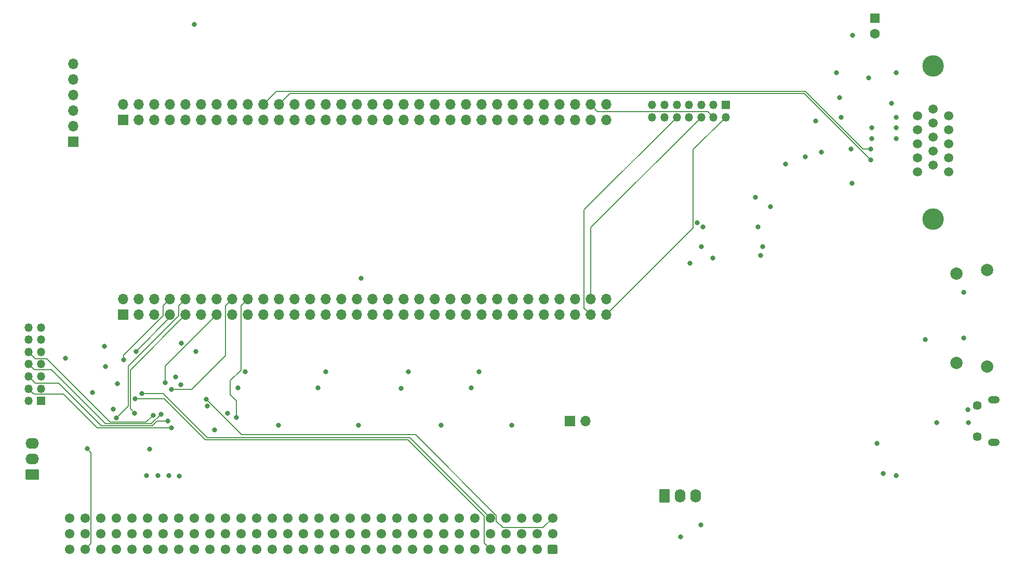
<source format=gbr>
G04 #@! TF.GenerationSoftware,KiCad,Pcbnew,5.0.2+dfsg1-1~bpo9+1*
G04 #@! TF.CreationDate,2021-12-20T11:51:13+01:00*
G04 #@! TF.ProjectId,nubus-to-ztex,6e756275-732d-4746-9f2d-7a7465782e6b,rev?*
G04 #@! TF.SameCoordinates,Original*
G04 #@! TF.FileFunction,Copper,L4,Bot*
G04 #@! TF.FilePolarity,Positive*
%FSLAX46Y46*%
G04 Gerber Fmt 4.6, Leading zero omitted, Abs format (unit mm)*
G04 Created by KiCad (PCBNEW 5.0.2+dfsg1-1~bpo9+1) date Mon Dec 20 11:51:13 2021*
%MOMM*%
%LPD*%
G01*
G04 APERTURE LIST*
G04 #@! TA.AperFunction,Conductor*
%ADD10C,0.100000*%
G04 #@! TD*
G04 #@! TA.AperFunction,ComponentPad*
%ADD11C,1.740000*%
G04 #@! TD*
G04 #@! TA.AperFunction,ComponentPad*
%ADD12O,2.200000X1.740000*%
G04 #@! TD*
G04 #@! TA.AperFunction,ComponentPad*
%ADD13C,1.450000*%
G04 #@! TD*
G04 #@! TA.AperFunction,ComponentPad*
%ADD14O,1.900000X1.200000*%
G04 #@! TD*
G04 #@! TA.AperFunction,ComponentPad*
%ADD15R,1.700000X1.700000*%
G04 #@! TD*
G04 #@! TA.AperFunction,ComponentPad*
%ADD16O,1.700000X1.700000*%
G04 #@! TD*
G04 #@! TA.AperFunction,ComponentPad*
%ADD17R,1.350000X1.350000*%
G04 #@! TD*
G04 #@! TA.AperFunction,ComponentPad*
%ADD18O,1.350000X1.350000*%
G04 #@! TD*
G04 #@! TA.AperFunction,ComponentPad*
%ADD19O,1.740000X2.200000*%
G04 #@! TD*
G04 #@! TA.AperFunction,ComponentPad*
%ADD20C,2.000000*%
G04 #@! TD*
G04 #@! TA.AperFunction,ComponentPad*
%ADD21C,1.500000*%
G04 #@! TD*
G04 #@! TA.AperFunction,ComponentPad*
%ADD22C,3.500000*%
G04 #@! TD*
G04 #@! TA.AperFunction,ComponentPad*
%ADD23R,1.600000X1.600000*%
G04 #@! TD*
G04 #@! TA.AperFunction,ComponentPad*
%ADD24C,1.600000*%
G04 #@! TD*
G04 #@! TA.AperFunction,ComponentPad*
%ADD25C,1.550000*%
G04 #@! TD*
G04 #@! TA.AperFunction,ViaPad*
%ADD26C,0.800000*%
G04 #@! TD*
G04 #@! TA.AperFunction,Conductor*
%ADD27C,0.152400*%
G04 #@! TD*
G04 APERTURE END LIST*
D10*
G04 #@! TO.N,GND*
G04 #@! TO.C,J10*
G36*
X116074505Y-86931204D02*
X116098773Y-86934804D01*
X116122572Y-86940765D01*
X116145671Y-86949030D01*
X116167850Y-86959520D01*
X116188893Y-86972132D01*
X116208599Y-86986747D01*
X116226777Y-87003223D01*
X116243253Y-87021401D01*
X116257868Y-87041107D01*
X116270480Y-87062150D01*
X116280970Y-87084329D01*
X116289235Y-87107428D01*
X116295196Y-87131227D01*
X116298796Y-87155495D01*
X116300000Y-87179999D01*
X116300000Y-88420001D01*
X116298796Y-88444505D01*
X116295196Y-88468773D01*
X116289235Y-88492572D01*
X116280970Y-88515671D01*
X116270480Y-88537850D01*
X116257868Y-88558893D01*
X116243253Y-88578599D01*
X116226777Y-88596777D01*
X116208599Y-88613253D01*
X116188893Y-88627868D01*
X116167850Y-88640480D01*
X116145671Y-88650970D01*
X116122572Y-88659235D01*
X116098773Y-88665196D01*
X116074505Y-88668796D01*
X116050001Y-88670000D01*
X114349999Y-88670000D01*
X114325495Y-88668796D01*
X114301227Y-88665196D01*
X114277428Y-88659235D01*
X114254329Y-88650970D01*
X114232150Y-88640480D01*
X114211107Y-88627868D01*
X114191401Y-88613253D01*
X114173223Y-88596777D01*
X114156747Y-88578599D01*
X114142132Y-88558893D01*
X114129520Y-88537850D01*
X114119030Y-88515671D01*
X114110765Y-88492572D01*
X114104804Y-88468773D01*
X114101204Y-88444505D01*
X114100000Y-88420001D01*
X114100000Y-87179999D01*
X114101204Y-87155495D01*
X114104804Y-87131227D01*
X114110765Y-87107428D01*
X114119030Y-87084329D01*
X114129520Y-87062150D01*
X114142132Y-87041107D01*
X114156747Y-87021401D01*
X114173223Y-87003223D01*
X114191401Y-86986747D01*
X114211107Y-86972132D01*
X114232150Y-86959520D01*
X114254329Y-86949030D01*
X114277428Y-86940765D01*
X114301227Y-86934804D01*
X114325495Y-86931204D01*
X114349999Y-86930000D01*
X116050001Y-86930000D01*
X116074505Y-86931204D01*
X116074505Y-86931204D01*
G37*
D11*
G04 #@! TD*
G04 #@! TO.P,J10,1*
G04 #@! TO.N,GND*
X115200000Y-87800000D03*
D12*
G04 #@! TO.P,J10,2*
G04 #@! TO.N,+12V*
X115200000Y-85260000D03*
G04 #@! TO.P,J10,3*
G04 #@! TO.N,GND*
X115200000Y-82720000D03*
G04 #@! TD*
D13*
G04 #@! TO.P,J6,6*
G04 #@! TO.N,SHIELD*
X269197500Y-81570000D03*
X269197500Y-76570000D03*
D14*
X271897500Y-82570000D03*
X271897500Y-75570000D03*
G04 #@! TD*
D15*
G04 #@! TO.P,J9,1*
G04 #@! TO.N,+3V3*
X202830000Y-79080000D03*
D16*
G04 #@! TO.P,J9,2*
G04 #@! TO.N,GND*
X205370000Y-79080000D03*
G04 #@! TD*
D17*
G04 #@! TO.P,J8,1*
G04 #@! TO.N,GND*
X116600000Y-75800000D03*
D18*
G04 #@! TO.P,J8,2*
G04 #@! TO.N,+3V3*
X114600000Y-75800000D03*
G04 #@! TO.P,J8,3*
G04 #@! TO.N,GND*
X116600000Y-73800000D03*
G04 #@! TO.P,J8,4*
G04 #@! TO.N,CPLD_JTAG_TMS*
X114600000Y-73800000D03*
G04 #@! TO.P,J8,5*
G04 #@! TO.N,GND*
X116600000Y-71800000D03*
G04 #@! TO.P,J8,6*
G04 #@! TO.N,CPLD_JTAG_TCK*
X114600000Y-71800000D03*
G04 #@! TO.P,J8,7*
G04 #@! TO.N,GND*
X116600000Y-69800000D03*
G04 #@! TO.P,J8,8*
G04 #@! TO.N,CPLD_JTAG_TDO*
X114600000Y-69800000D03*
G04 #@! TO.P,J8,9*
G04 #@! TO.N,GND*
X116600000Y-67800000D03*
G04 #@! TO.P,J8,10*
G04 #@! TO.N,CPLD_JTAG_TDI*
X114600000Y-67800000D03*
G04 #@! TO.P,J8,11*
G04 #@! TO.N,GND*
X116600000Y-65800000D03*
G04 #@! TO.P,J8,12*
G04 #@! TO.N,Net-(J8-Pad12)*
X114600000Y-65800000D03*
G04 #@! TO.P,J8,13*
G04 #@! TO.N,GND*
X116600000Y-63800000D03*
G04 #@! TO.P,J8,14*
G04 #@! TO.N,Net-(J8-Pad14)*
X114600000Y-63800000D03*
G04 #@! TD*
D10*
G04 #@! TO.N,GND*
G04 #@! TO.C,J7*
G36*
X218884505Y-90171204D02*
X218908773Y-90174804D01*
X218932572Y-90180765D01*
X218955671Y-90189030D01*
X218977850Y-90199520D01*
X218998893Y-90212132D01*
X219018599Y-90226747D01*
X219036777Y-90243223D01*
X219053253Y-90261401D01*
X219067868Y-90281107D01*
X219080480Y-90302150D01*
X219090970Y-90324329D01*
X219099235Y-90347428D01*
X219105196Y-90371227D01*
X219108796Y-90395495D01*
X219110000Y-90419999D01*
X219110000Y-92120001D01*
X219108796Y-92144505D01*
X219105196Y-92168773D01*
X219099235Y-92192572D01*
X219090970Y-92215671D01*
X219080480Y-92237850D01*
X219067868Y-92258893D01*
X219053253Y-92278599D01*
X219036777Y-92296777D01*
X219018599Y-92313253D01*
X218998893Y-92327868D01*
X218977850Y-92340480D01*
X218955671Y-92350970D01*
X218932572Y-92359235D01*
X218908773Y-92365196D01*
X218884505Y-92368796D01*
X218860001Y-92370000D01*
X217619999Y-92370000D01*
X217595495Y-92368796D01*
X217571227Y-92365196D01*
X217547428Y-92359235D01*
X217524329Y-92350970D01*
X217502150Y-92340480D01*
X217481107Y-92327868D01*
X217461401Y-92313253D01*
X217443223Y-92296777D01*
X217426747Y-92278599D01*
X217412132Y-92258893D01*
X217399520Y-92237850D01*
X217389030Y-92215671D01*
X217380765Y-92192572D01*
X217374804Y-92168773D01*
X217371204Y-92144505D01*
X217370000Y-92120001D01*
X217370000Y-90419999D01*
X217371204Y-90395495D01*
X217374804Y-90371227D01*
X217380765Y-90347428D01*
X217389030Y-90324329D01*
X217399520Y-90302150D01*
X217412132Y-90281107D01*
X217426747Y-90261401D01*
X217443223Y-90243223D01*
X217461401Y-90226747D01*
X217481107Y-90212132D01*
X217502150Y-90199520D01*
X217524329Y-90189030D01*
X217547428Y-90180765D01*
X217571227Y-90174804D01*
X217595495Y-90171204D01*
X217619999Y-90170000D01*
X218860001Y-90170000D01*
X218884505Y-90171204D01*
X218884505Y-90171204D01*
G37*
D11*
G04 #@! TD*
G04 #@! TO.P,J7,1*
G04 #@! TO.N,GND*
X218240000Y-91270000D03*
D19*
G04 #@! TO.P,J7,2*
G04 #@! TO.N,+5V*
X220780000Y-91270000D03*
G04 #@! TO.P,J7,3*
G04 #@! TO.N,GND*
X223320000Y-91270000D03*
G04 #@! TD*
D15*
G04 #@! TO.P,JCD1,1*
G04 #@! TO.N,Net-(JCD1-Pad1)*
X130000000Y-30000000D03*
D16*
G04 #@! TO.P,JCD1,2*
G04 #@! TO.N,Net-(JCD1-Pad2)*
X130000000Y-27460000D03*
G04 #@! TO.P,JCD1,3*
G04 #@! TO.N,GND*
X132540000Y-30000000D03*
G04 #@! TO.P,JCD1,4*
X132540000Y-27460000D03*
G04 #@! TO.P,JCD1,5*
G04 #@! TO.N,/B2B/RX*
X135080000Y-30000000D03*
G04 #@! TO.P,JCD1,6*
G04 #@! TO.N,/B2B/TX*
X135080000Y-27460000D03*
G04 #@! TO.P,JCD1,7*
G04 #@! TO.N,~ID3_3V3*
X137620000Y-30000000D03*
G04 #@! TO.P,JCD1,8*
G04 #@! TO.N,~ID2_3V3*
X137620000Y-27460000D03*
G04 #@! TO.P,JCD1,9*
G04 #@! TO.N,~ID0_3V3*
X140160000Y-30000000D03*
G04 #@! TO.P,JCD1,10*
G04 #@! TO.N,~ID1_3V3*
X140160000Y-27460000D03*
G04 #@! TO.P,JCD1,11*
G04 #@! TO.N,tmoen*
X142700000Y-30000000D03*
G04 #@! TO.P,JCD1,12*
G04 #@! TO.N,LED0*
X142700000Y-27460000D03*
G04 #@! TO.P,JCD1,13*
G04 #@! TO.N,HDMI_HPD_A*
X145240000Y-30000000D03*
G04 #@! TO.P,JCD1,14*
G04 #@! TO.N,LED1*
X145240000Y-27460000D03*
G04 #@! TO.P,JCD1,15*
G04 #@! TO.N,HDMI_SDA_A*
X147780000Y-30000000D03*
G04 #@! TO.P,JCD1,16*
G04 #@! TO.N,LED2*
X147780000Y-27460000D03*
G04 #@! TO.P,JCD1,17*
G04 #@! TO.N,HDMI_SCL_A*
X150320000Y-30000000D03*
G04 #@! TO.P,JCD1,18*
G04 #@! TO.N,LED3*
X150320000Y-27460000D03*
G04 #@! TO.P,JCD1,19*
G04 #@! TO.N,HDMI_CEC_A*
X152860000Y-30000000D03*
G04 #@! TO.P,JCD1,20*
G04 #@! TO.N,FPGA_VGA_HS*
X152860000Y-27460000D03*
G04 #@! TO.P,JCD1,21*
G04 #@! TO.N,HDMI_CLK+*
X155400000Y-30000000D03*
G04 #@! TO.P,JCD1,22*
G04 #@! TO.N,FPGA_VGA_VS*
X155400000Y-27460000D03*
G04 #@! TO.P,JCD1,23*
G04 #@! TO.N,HDMI_CLK-*
X157940000Y-30000000D03*
G04 #@! TO.P,JCD1,24*
G04 #@! TO.N,HDMI_D0-*
X157940000Y-27460000D03*
G04 #@! TO.P,JCD1,25*
G04 #@! TO.N,HDMI_D1-*
X160480000Y-30000000D03*
G04 #@! TO.P,JCD1,26*
G04 #@! TO.N,HDMI_D0+*
X160480000Y-27460000D03*
G04 #@! TO.P,JCD1,27*
G04 #@! TO.N,HDMI_D1+*
X163020000Y-30000000D03*
G04 #@! TO.P,JCD1,28*
G04 #@! TO.N,HDMI_D2-*
X163020000Y-27460000D03*
G04 #@! TO.P,JCD1,29*
G04 #@! TO.N,FPGA_VGA_CLK*
X165560000Y-30000000D03*
G04 #@! TO.P,JCD1,30*
G04 #@! TO.N,HDMI_D2+*
X165560000Y-27460000D03*
G04 #@! TO.P,JCD1,31*
G04 #@! TO.N,+3V3*
X168100000Y-30000000D03*
G04 #@! TO.P,JCD1,32*
X168100000Y-27460000D03*
G04 #@! TO.P,JCD1,33*
G04 #@! TO.N,GND*
X170640000Y-30000000D03*
G04 #@! TO.P,JCD1,34*
X170640000Y-27460000D03*
G04 #@! TO.P,JCD1,35*
G04 #@! TO.N,+3V3*
X173180000Y-30000000D03*
G04 #@! TO.P,JCD1,36*
X173180000Y-27460000D03*
G04 #@! TO.P,JCD1,37*
G04 #@! TO.N,FPGA_B7*
X175720000Y-30000000D03*
G04 #@! TO.P,JCD1,38*
G04 #@! TO.N,FPGA_R0*
X175720000Y-27460000D03*
G04 #@! TO.P,JCD1,39*
G04 #@! TO.N,FPGA_B6*
X178260000Y-30000000D03*
G04 #@! TO.P,JCD1,40*
G04 #@! TO.N,FPGA_R1*
X178260000Y-27460000D03*
G04 #@! TO.P,JCD1,41*
G04 #@! TO.N,FPGA_B5*
X180800000Y-30000000D03*
G04 #@! TO.P,JCD1,42*
G04 #@! TO.N,FPGA_R2*
X180800000Y-27460000D03*
G04 #@! TO.P,JCD1,43*
G04 #@! TO.N,FPGA_B4*
X183340000Y-30000000D03*
G04 #@! TO.P,JCD1,44*
G04 #@! TO.N,FPGA_R3*
X183340000Y-27460000D03*
G04 #@! TO.P,JCD1,45*
G04 #@! TO.N,FPGA_B3*
X185880000Y-30000000D03*
G04 #@! TO.P,JCD1,46*
G04 #@! TO.N,FPGA_R4*
X185880000Y-27460000D03*
G04 #@! TO.P,JCD1,47*
G04 #@! TO.N,FPGA_B2*
X188420000Y-30000000D03*
G04 #@! TO.P,JCD1,48*
G04 #@! TO.N,FPGA_R5*
X188420000Y-27460000D03*
G04 #@! TO.P,JCD1,49*
G04 #@! TO.N,FPGA_B1*
X190960000Y-30000000D03*
G04 #@! TO.P,JCD1,50*
G04 #@! TO.N,FPGA_R6*
X190960000Y-27460000D03*
G04 #@! TO.P,JCD1,51*
G04 #@! TO.N,FPGA_B0*
X193500000Y-30000000D03*
G04 #@! TO.P,JCD1,52*
G04 #@! TO.N,FPGA_R7*
X193500000Y-27460000D03*
G04 #@! TO.P,JCD1,53*
G04 #@! TO.N,FPGA_G7*
X196040000Y-30000000D03*
G04 #@! TO.P,JCD1,54*
G04 #@! TO.N,FPGA_G0*
X196040000Y-27460000D03*
G04 #@! TO.P,JCD1,55*
G04 #@! TO.N,FPGA_G6*
X198580000Y-30000000D03*
G04 #@! TO.P,JCD1,56*
G04 #@! TO.N,FPGA_G1*
X198580000Y-27460000D03*
G04 #@! TO.P,JCD1,57*
G04 #@! TO.N,FPGA_G5*
X201120000Y-30000000D03*
G04 #@! TO.P,JCD1,58*
G04 #@! TO.N,FPGA_G2*
X201120000Y-27460000D03*
G04 #@! TO.P,JCD1,59*
G04 #@! TO.N,FPGA_G4*
X203660000Y-30000000D03*
G04 #@! TO.P,JCD1,60*
G04 #@! TO.N,FPGA_G3*
X203660000Y-27460000D03*
G04 #@! TO.P,JCD1,61*
G04 #@! TO.N,FPGA_JTAG_TDO*
X206200000Y-30000000D03*
G04 #@! TO.P,JCD1,62*
G04 #@! TO.N,FPGA_JTAG_TMS*
X206200000Y-27460000D03*
G04 #@! TO.P,JCD1,63*
G04 #@! TO.N,GND*
X208740000Y-30000000D03*
G04 #@! TO.P,JCD1,64*
X208740000Y-27460000D03*
G04 #@! TD*
D17*
G04 #@! TO.P,J1,1*
G04 #@! TO.N,GND*
X228230000Y-27500000D03*
D18*
G04 #@! TO.P,J1,2*
G04 #@! TO.N,/B2B/JTAG_VIO*
X228230000Y-29500000D03*
G04 #@! TO.P,J1,3*
G04 #@! TO.N,GND*
X226230000Y-27500000D03*
G04 #@! TO.P,J1,4*
G04 #@! TO.N,FPGA_JTAG_TMS*
X226230000Y-29500000D03*
G04 #@! TO.P,J1,5*
G04 #@! TO.N,GND*
X224230000Y-27500000D03*
G04 #@! TO.P,J1,6*
G04 #@! TO.N,FPGA_JTAG_TCK*
X224230000Y-29500000D03*
G04 #@! TO.P,J1,7*
G04 #@! TO.N,GND*
X222230000Y-27500000D03*
G04 #@! TO.P,J1,8*
G04 #@! TO.N,FPGA_JTAG_TDO*
X222230000Y-29500000D03*
G04 #@! TO.P,J1,9*
G04 #@! TO.N,GND*
X220230000Y-27500000D03*
G04 #@! TO.P,J1,10*
G04 #@! TO.N,FPGA_JTAG_TDI*
X220230000Y-29500000D03*
G04 #@! TO.P,J1,11*
G04 #@! TO.N,GND*
X218230000Y-27500000D03*
G04 #@! TO.P,J1,12*
G04 #@! TO.N,Net-(J1-Pad12)*
X218230000Y-29500000D03*
G04 #@! TO.P,J1,13*
G04 #@! TO.N,GND*
X216230000Y-27500000D03*
G04 #@! TO.P,J1,14*
G04 #@! TO.N,Net-(J1-Pad14)*
X216230000Y-29500000D03*
G04 #@! TD*
D20*
G04 #@! TO.P,J5,SH*
G04 #@! TO.N,SHIELD*
X270800000Y-70150000D03*
X270800000Y-54450000D03*
X265850000Y-69550000D03*
X265850000Y-55050000D03*
G04 #@! TD*
D21*
G04 #@! TO.P,J4,15*
G04 #@! TO.N,Net-(J4-Pad15)*
X264540000Y-38460000D03*
G04 #@! TO.P,J4,14*
G04 #@! TO.N,/vga/VGA_VS*
X264540000Y-36170000D03*
G04 #@! TO.P,J4,13*
G04 #@! TO.N,/vga/VGA_HS*
X264540000Y-33876000D03*
G04 #@! TO.P,J4,12*
G04 #@! TO.N,Net-(J4-Pad12)*
X264540000Y-31590000D03*
G04 #@! TO.P,J4,11*
G04 #@! TO.N,Net-(J4-Pad11)*
X264540000Y-29300000D03*
G04 #@! TO.P,J4,10*
G04 #@! TO.N,GND*
X262000000Y-37320000D03*
G04 #@! TO.P,J4,9*
G04 #@! TO.N,Net-(J4-Pad9)*
X262000000Y-35030000D03*
G04 #@! TO.P,J4,8*
G04 #@! TO.N,GND*
X262000000Y-32740000D03*
G04 #@! TO.P,J4,7*
X262000000Y-30450000D03*
G04 #@! TO.P,J4,6*
X262000000Y-28160000D03*
G04 #@! TO.P,J4,5*
X259460000Y-38460000D03*
G04 #@! TO.P,J4,4*
G04 #@! TO.N,Net-(J4-Pad4)*
X259460000Y-36170000D03*
G04 #@! TO.P,J4,3*
G04 #@! TO.N,/vga/VGA_B*
X259460000Y-33880000D03*
G04 #@! TO.P,J4,2*
G04 #@! TO.N,/vga/VGA_G*
X259460000Y-31590000D03*
G04 #@! TO.P,J4,1*
G04 #@! TO.N,/vga/VGA_R*
X259460000Y-29300000D03*
D22*
G04 #@! TO.P,J4,0*
G04 #@! TO.N,SHIELD*
X262000000Y-21130000D03*
X262000000Y-46130000D03*
G04 #@! TD*
D23*
G04 #@! TO.P,C11,1*
G04 #@! TO.N,SHIELD*
X252540000Y-13380000D03*
D24*
G04 #@! TO.P,C11,2*
G04 #@! TO.N,GND*
X252540000Y-15880000D03*
G04 #@! TD*
D10*
G04 #@! TO.N,-12V*
G04 #@! TO.C,J3*
G36*
X200549505Y-99226204D02*
X200573773Y-99229804D01*
X200597572Y-99235765D01*
X200620671Y-99244030D01*
X200642850Y-99254520D01*
X200663893Y-99267132D01*
X200683599Y-99281747D01*
X200701777Y-99298223D01*
X200718253Y-99316401D01*
X200732868Y-99336107D01*
X200745480Y-99357150D01*
X200755970Y-99379329D01*
X200764235Y-99402428D01*
X200770196Y-99426227D01*
X200773796Y-99450495D01*
X200775000Y-99474999D01*
X200775000Y-100525001D01*
X200773796Y-100549505D01*
X200770196Y-100573773D01*
X200764235Y-100597572D01*
X200755970Y-100620671D01*
X200745480Y-100642850D01*
X200732868Y-100663893D01*
X200718253Y-100683599D01*
X200701777Y-100701777D01*
X200683599Y-100718253D01*
X200663893Y-100732868D01*
X200642850Y-100745480D01*
X200620671Y-100755970D01*
X200597572Y-100764235D01*
X200573773Y-100770196D01*
X200549505Y-100773796D01*
X200525001Y-100775000D01*
X199474999Y-100775000D01*
X199450495Y-100773796D01*
X199426227Y-100770196D01*
X199402428Y-100764235D01*
X199379329Y-100755970D01*
X199357150Y-100745480D01*
X199336107Y-100732868D01*
X199316401Y-100718253D01*
X199298223Y-100701777D01*
X199281747Y-100683599D01*
X199267132Y-100663893D01*
X199254520Y-100642850D01*
X199244030Y-100620671D01*
X199235765Y-100597572D01*
X199229804Y-100573773D01*
X199226204Y-100549505D01*
X199225000Y-100525001D01*
X199225000Y-99474999D01*
X199226204Y-99450495D01*
X199229804Y-99426227D01*
X199235765Y-99402428D01*
X199244030Y-99379329D01*
X199254520Y-99357150D01*
X199267132Y-99336107D01*
X199281747Y-99316401D01*
X199298223Y-99298223D01*
X199316401Y-99281747D01*
X199336107Y-99267132D01*
X199357150Y-99254520D01*
X199379329Y-99244030D01*
X199402428Y-99235765D01*
X199426227Y-99229804D01*
X199450495Y-99226204D01*
X199474999Y-99225000D01*
X200525001Y-99225000D01*
X200549505Y-99226204D01*
X200549505Y-99226204D01*
G37*
D25*
G04 #@! TD*
G04 #@! TO.P,J3,a1*
G04 #@! TO.N,-12V*
X200000000Y-100000000D03*
G04 #@! TO.P,J3,a2*
G04 #@! TO.N,SB0_5V*
X197460000Y-100000000D03*
G04 #@! TO.P,J3,a3*
G04 #@! TO.N,~SPV_5V*
X194920000Y-100000000D03*
G04 #@! TO.P,J3,a4*
G04 #@! TO.N,~SP_5V*
X192380000Y-100000000D03*
G04 #@! TO.P,J3,a5*
G04 #@! TO.N,~TM1_5V*
X189840000Y-100000000D03*
G04 #@! TO.P,J3,a6*
G04 #@! TO.N,~AD1_5V*
X187300000Y-100000000D03*
G04 #@! TO.P,J3,a7*
G04 #@! TO.N,~AD3_5V*
X184760000Y-100000000D03*
G04 #@! TO.P,J3,a8*
G04 #@! TO.N,~AD5_5V*
X182220000Y-100000000D03*
G04 #@! TO.P,J3,a9*
G04 #@! TO.N,~AD7_5V*
X179680000Y-100000000D03*
G04 #@! TO.P,J3,a10*
G04 #@! TO.N,~AD9_5V*
X177140000Y-100000000D03*
G04 #@! TO.P,J3,a11*
G04 #@! TO.N,~AD11_5V*
X174600000Y-100000000D03*
G04 #@! TO.P,J3,a12*
G04 #@! TO.N,~AD13_5V*
X172060000Y-100000000D03*
G04 #@! TO.P,J3,a13*
G04 #@! TO.N,~AD15_5V*
X169520000Y-100000000D03*
G04 #@! TO.P,J3,a14*
G04 #@! TO.N,~AD17_5V*
X166980000Y-100000000D03*
G04 #@! TO.P,J3,a15*
G04 #@! TO.N,~AD19_5V*
X164440000Y-100000000D03*
G04 #@! TO.P,J3,a16*
G04 #@! TO.N,~AD21_5V*
X161900000Y-100000000D03*
G04 #@! TO.P,J3,a17*
G04 #@! TO.N,~AD23_5V*
X159360000Y-100000000D03*
G04 #@! TO.P,J3,a18*
G04 #@! TO.N,~AD25_5V*
X156820000Y-100000000D03*
G04 #@! TO.P,J3,a19*
G04 #@! TO.N,~AD27_5V*
X154280000Y-100000000D03*
G04 #@! TO.P,J3,a20*
G04 #@! TO.N,~AD29_5V*
X151740000Y-100000000D03*
G04 #@! TO.P,J3,a21*
G04 #@! TO.N,~AD31_5V*
X149200000Y-100000000D03*
G04 #@! TO.P,J3,a22*
G04 #@! TO.N,GND*
X146660000Y-100000000D03*
G04 #@! TO.P,J3,a23*
X144120000Y-100000000D03*
G04 #@! TO.P,J3,a24*
G04 #@! TO.N,~ARB1_5V*
X141580000Y-100000000D03*
G04 #@! TO.P,J3,a25*
G04 #@! TO.N,~ARB3_5V*
X139040000Y-100000000D03*
G04 #@! TO.P,J3,a26*
G04 #@! TO.N,~ID1_5V*
X136500000Y-100000000D03*
G04 #@! TO.P,J3,a27*
G04 #@! TO.N,~ID3_5V*
X133960000Y-100000000D03*
G04 #@! TO.P,J3,a28*
G04 #@! TO.N,~ACK_5V*
X131420000Y-100000000D03*
G04 #@! TO.P,J3,a29*
G04 #@! TO.N,+5V*
X128880000Y-100000000D03*
G04 #@! TO.P,J3,a30*
G04 #@! TO.N,~RQST_5V*
X126340000Y-100000000D03*
G04 #@! TO.P,J3,a31*
G04 #@! TO.N,~NMRQ_5V*
X123800000Y-100000000D03*
G04 #@! TO.P,J3,a32*
G04 #@! TO.N,+12V*
X121260000Y-100000000D03*
G04 #@! TO.P,J3,b1*
G04 #@! TO.N,-12V*
X200000000Y-97460000D03*
G04 #@! TO.P,J3,b2*
G04 #@! TO.N,GND*
X197460000Y-97460000D03*
G04 #@! TO.P,J3,b3*
X194920000Y-97460000D03*
G04 #@! TO.P,J3,b4*
G04 #@! TO.N,+5V*
X192380000Y-97460000D03*
G04 #@! TO.P,J3,b5*
X189840000Y-97460000D03*
G04 #@! TO.P,J3,b6*
X187300000Y-97460000D03*
G04 #@! TO.P,J3,b7*
X184760000Y-97460000D03*
G04 #@! TO.P,J3,b8*
G04 #@! TO.N,~TM2_5V*
X182220000Y-97460000D03*
G04 #@! TO.P,J3,b9*
G04 #@! TO.N,~CM0_5V*
X179680000Y-97460000D03*
G04 #@! TO.P,J3,b10*
G04 #@! TO.N,~CM1_5V*
X177140000Y-97460000D03*
G04 #@! TO.P,J3,b11*
G04 #@! TO.N,~CM2_5V*
X174600000Y-97460000D03*
G04 #@! TO.P,J3,b12*
G04 #@! TO.N,GND*
X172060000Y-97460000D03*
G04 #@! TO.P,J3,b13*
X169520000Y-97460000D03*
G04 #@! TO.P,J3,b14*
X166980000Y-97460000D03*
G04 #@! TO.P,J3,b15*
X164440000Y-97460000D03*
G04 #@! TO.P,J3,b16*
X161900000Y-97460000D03*
G04 #@! TO.P,J3,b17*
X159360000Y-97460000D03*
G04 #@! TO.P,J3,b18*
X156820000Y-97460000D03*
G04 #@! TO.P,J3,b19*
X154280000Y-97460000D03*
G04 #@! TO.P,J3,b20*
X151740000Y-97460000D03*
G04 #@! TO.P,J3,b21*
X149200000Y-97460000D03*
G04 #@! TO.P,J3,b22*
X146660000Y-97460000D03*
G04 #@! TO.P,J3,b23*
X144120000Y-97460000D03*
G04 #@! TO.P,J3,b24*
G04 #@! TO.N,~CLK2X_5V*
X141580000Y-97460000D03*
G04 #@! TO.P,J3,b25*
G04 #@! TO.N,STDBYPWR*
X139040000Y-97460000D03*
G04 #@! TO.P,J3,b26*
G04 #@! TO.N,~CLK2XEN_5V*
X136500000Y-97460000D03*
G04 #@! TO.P,J3,b27*
G04 #@! TO.N,~CBUSY_5V*
X133960000Y-97460000D03*
G04 #@! TO.P,J3,b28*
G04 #@! TO.N,+5V*
X131420000Y-97460000D03*
G04 #@! TO.P,J3,b29*
X128880000Y-97460000D03*
G04 #@! TO.P,J3,b30*
G04 #@! TO.N,GND*
X126340000Y-97460000D03*
G04 #@! TO.P,J3,b31*
X123800000Y-97460000D03*
G04 #@! TO.P,J3,b32*
G04 #@! TO.N,+12V*
X121260000Y-97460000D03*
G04 #@! TO.P,J3,c1*
G04 #@! TO.N,~RESET_5V*
X200000000Y-94920000D03*
G04 #@! TO.P,J3,c2*
G04 #@! TO.N,SB1_5V*
X197460000Y-94920000D03*
G04 #@! TO.P,J3,c3*
G04 #@! TO.N,+5V*
X194920000Y-94920000D03*
G04 #@! TO.P,J3,c4*
X192380000Y-94920000D03*
G04 #@! TO.P,J3,c5*
G04 #@! TO.N,~TM0_5V*
X189840000Y-94920000D03*
G04 #@! TO.P,J3,c6*
G04 #@! TO.N,~AD0_5V*
X187300000Y-94920000D03*
G04 #@! TO.P,J3,c7*
G04 #@! TO.N,~AD2_5V*
X184760000Y-94920000D03*
G04 #@! TO.P,J3,c8*
G04 #@! TO.N,~AD4_5V*
X182220000Y-94920000D03*
G04 #@! TO.P,J3,c9*
G04 #@! TO.N,~AD6_5V*
X179680000Y-94920000D03*
G04 #@! TO.P,J3,c10*
G04 #@! TO.N,~AD8_5V*
X177140000Y-94920000D03*
G04 #@! TO.P,J3,c11*
G04 #@! TO.N,~AD10_5V*
X174600000Y-94920000D03*
G04 #@! TO.P,J3,c12*
G04 #@! TO.N,~AD12_5V*
X172060000Y-94920000D03*
G04 #@! TO.P,J3,c13*
G04 #@! TO.N,~AD14_5V*
X169520000Y-94920000D03*
G04 #@! TO.P,J3,c14*
G04 #@! TO.N,~AD16_5V*
X166980000Y-94920000D03*
G04 #@! TO.P,J3,c15*
G04 #@! TO.N,~AD18_5V*
X164440000Y-94920000D03*
G04 #@! TO.P,J3,c16*
G04 #@! TO.N,~AD20_5V*
X161900000Y-94920000D03*
G04 #@! TO.P,J3,c17*
G04 #@! TO.N,~AD22_5V*
X159360000Y-94920000D03*
G04 #@! TO.P,J3,c18*
G04 #@! TO.N,~AD24_5V*
X156820000Y-94920000D03*
G04 #@! TO.P,J3,c19*
G04 #@! TO.N,~AD26_5V*
X154280000Y-94920000D03*
G04 #@! TO.P,J3,c20*
G04 #@! TO.N,~AD28_5V*
X151740000Y-94920000D03*
G04 #@! TO.P,J3,c21*
G04 #@! TO.N,~AD30_5V*
X149200000Y-94920000D03*
G04 #@! TO.P,J3,c22*
G04 #@! TO.N,GND*
X146660000Y-94920000D03*
G04 #@! TO.P,J3,c23*
G04 #@! TO.N,~PFW_5V*
X144120000Y-94920000D03*
G04 #@! TO.P,J3,c24*
G04 #@! TO.N,~ARB0_5V*
X141580000Y-94920000D03*
G04 #@! TO.P,J3,c25*
G04 #@! TO.N,~ARB2_5V*
X139040000Y-94920000D03*
G04 #@! TO.P,J3,c26*
G04 #@! TO.N,~ID0_5V*
X136500000Y-94920000D03*
G04 #@! TO.P,J3,c27*
G04 #@! TO.N,~ID2_5V*
X133960000Y-94920000D03*
G04 #@! TO.P,J3,c28*
G04 #@! TO.N,~START_5V*
X131420000Y-94920000D03*
G04 #@! TO.P,J3,c29*
G04 #@! TO.N,+5V*
X128880000Y-94920000D03*
G04 #@! TO.P,J3,c30*
X126340000Y-94920000D03*
G04 #@! TO.P,J3,c31*
G04 #@! TO.N,GND*
X123800000Y-94920000D03*
G04 #@! TO.P,J3,c32*
G04 #@! TO.N,~CLK_5V*
X121260000Y-94920000D03*
G04 #@! TD*
D16*
G04 #@! TO.P,J2,6*
G04 #@! TO.N,Net-(J2-Pad6)*
X121900000Y-20800000D03*
G04 #@! TO.P,J2,5*
G04 #@! TO.N,/B2B/TX*
X121900000Y-23340000D03*
G04 #@! TO.P,J2,4*
G04 #@! TO.N,/B2B/RX*
X121900000Y-25880000D03*
G04 #@! TO.P,J2,3*
G04 #@! TO.N,Net-(J2-Pad3)*
X121900000Y-28420000D03*
G04 #@! TO.P,J2,2*
G04 #@! TO.N,Net-(J2-Pad2)*
X121900000Y-30960000D03*
D15*
G04 #@! TO.P,J2,1*
G04 #@! TO.N,GND*
X121900000Y-33500000D03*
G04 #@! TD*
D16*
G04 #@! TO.P,JAB1,64*
G04 #@! TO.N,GND*
X208740000Y-59210000D03*
G04 #@! TO.P,JAB1,63*
G04 #@! TO.N,/B2B/JTAG_VIO*
X208740000Y-61750000D03*
G04 #@! TO.P,JAB1,62*
G04 #@! TO.N,FPGA_JTAG_TCK*
X206200000Y-59210000D03*
G04 #@! TO.P,JAB1,61*
G04 #@! TO.N,FPGA_JTAG_TDI*
X206200000Y-61750000D03*
G04 #@! TO.P,JAB1,60*
G04 #@! TO.N,USBH0_D-*
X203660000Y-59210000D03*
G04 #@! TO.P,JAB1,59*
G04 #@! TO.N,USBH0_D+*
X203660000Y-61750000D03*
G04 #@! TO.P,JAB1,58*
G04 #@! TO.N,~AD0_3V3*
X201120000Y-59210000D03*
G04 #@! TO.P,JAB1,57*
G04 #@! TO.N,~AD1_3V3*
X201120000Y-61750000D03*
G04 #@! TO.P,JAB1,56*
G04 #@! TO.N,~AD2_3V3*
X198580000Y-59210000D03*
G04 #@! TO.P,JAB1,55*
G04 #@! TO.N,~AD3_3V3*
X198580000Y-61750000D03*
G04 #@! TO.P,JAB1,54*
G04 #@! TO.N,~AD4_3V3*
X196040000Y-59210000D03*
G04 #@! TO.P,JAB1,53*
G04 #@! TO.N,~AD5_3V3*
X196040000Y-61750000D03*
G04 #@! TO.P,JAB1,52*
G04 #@! TO.N,~AD6_3V3*
X193500000Y-59210000D03*
G04 #@! TO.P,JAB1,51*
G04 #@! TO.N,~AD7_3V3*
X193500000Y-61750000D03*
G04 #@! TO.P,JAB1,50*
G04 #@! TO.N,~AD8_3V3*
X190960000Y-59210000D03*
G04 #@! TO.P,JAB1,49*
G04 #@! TO.N,~AD9_3V3*
X190960000Y-61750000D03*
G04 #@! TO.P,JAB1,48*
G04 #@! TO.N,~AD10_3V3*
X188420000Y-59210000D03*
G04 #@! TO.P,JAB1,47*
G04 #@! TO.N,~AD11_3V3*
X188420000Y-61750000D03*
G04 #@! TO.P,JAB1,46*
G04 #@! TO.N,~AD12_3V3*
X185880000Y-59210000D03*
G04 #@! TO.P,JAB1,45*
G04 #@! TO.N,~AD13_3V3*
X185880000Y-61750000D03*
G04 #@! TO.P,JAB1,44*
G04 #@! TO.N,~AD14_3V3*
X183340000Y-59210000D03*
G04 #@! TO.P,JAB1,43*
G04 #@! TO.N,~AD15_3V3*
X183340000Y-61750000D03*
G04 #@! TO.P,JAB1,42*
G04 #@! TO.N,~AD16_3V3*
X180800000Y-59210000D03*
G04 #@! TO.P,JAB1,41*
G04 #@! TO.N,~AD17_3V3*
X180800000Y-61750000D03*
G04 #@! TO.P,JAB1,40*
G04 #@! TO.N,~AD18_3V3*
X178260000Y-59210000D03*
G04 #@! TO.P,JAB1,39*
G04 #@! TO.N,~AD19_3V3*
X178260000Y-61750000D03*
G04 #@! TO.P,JAB1,38*
G04 #@! TO.N,~AD20_3V3*
X175720000Y-59210000D03*
G04 #@! TO.P,JAB1,37*
G04 #@! TO.N,~AD21_3V3*
X175720000Y-61750000D03*
G04 #@! TO.P,JAB1,36*
G04 #@! TO.N,~AD22_3V3*
X173180000Y-59210000D03*
G04 #@! TO.P,JAB1,35*
G04 #@! TO.N,~AD23_3V3*
X173180000Y-61750000D03*
G04 #@! TO.P,JAB1,34*
G04 #@! TO.N,+3V3*
X170640000Y-59210000D03*
G04 #@! TO.P,JAB1,33*
X170640000Y-61750000D03*
G04 #@! TO.P,JAB1,32*
G04 #@! TO.N,GND*
X168100000Y-59210000D03*
G04 #@! TO.P,JAB1,31*
X168100000Y-61750000D03*
G04 #@! TO.P,JAB1,30*
G04 #@! TO.N,+3V3*
X165560000Y-59210000D03*
G04 #@! TO.P,JAB1,29*
X165560000Y-61750000D03*
G04 #@! TO.P,JAB1,28*
G04 #@! TO.N,~AD24_3V3*
X163020000Y-59210000D03*
G04 #@! TO.P,JAB1,27*
G04 #@! TO.N,NUBUS_OE*
X163020000Y-61750000D03*
G04 #@! TO.P,JAB1,26*
G04 #@! TO.N,~AD26_3V3*
X160480000Y-59210000D03*
G04 #@! TO.P,JAB1,25*
G04 #@! TO.N,~AD25_3V3*
X160480000Y-61750000D03*
G04 #@! TO.P,JAB1,24*
G04 #@! TO.N,~AD28_3V3*
X157940000Y-59210000D03*
G04 #@! TO.P,JAB1,23*
G04 #@! TO.N,~AD27_3V3*
X157940000Y-61750000D03*
G04 #@! TO.P,JAB1,22*
G04 #@! TO.N,~AD30_3V3*
X155400000Y-59210000D03*
G04 #@! TO.P,JAB1,21*
G04 #@! TO.N,~AD29_3V3*
X155400000Y-61750000D03*
G04 #@! TO.P,JAB1,20*
G04 #@! TO.N,~CLK_3V3*
X152860000Y-59210000D03*
G04 #@! TO.P,JAB1,19*
G04 #@! TO.N,~AD31_3V3*
X152860000Y-61750000D03*
G04 #@! TO.P,JAB1,18*
G04 #@! TO.N,NUBUS_AD_DIR*
X150320000Y-59210000D03*
G04 #@! TO.P,JAB1,17*
G04 #@! TO.N,~RESET_3V3*
X150320000Y-61750000D03*
G04 #@! TO.P,JAB1,16*
G04 #@! TO.N,fpga_to_cpld_signal_2*
X147780000Y-59210000D03*
G04 #@! TO.P,JAB1,15*
G04 #@! TO.N,NUBUS_MASTER_DIR*
X147780000Y-61750000D03*
G04 #@! TO.P,JAB1,14*
G04 #@! TO.N,fpga_to_cpld_clk*
X145240000Y-59210000D03*
G04 #@! TO.P,JAB1,13*
G04 #@! TO.N,fpga_to_cpld_signal*
X145240000Y-61750000D03*
G04 #@! TO.P,JAB1,12*
G04 #@! TO.N,ARB*
X142700000Y-59210000D03*
G04 #@! TO.P,JAB1,11*
G04 #@! TO.N,GRANT*
X142700000Y-61750000D03*
G04 #@! TO.P,JAB1,10*
G04 #@! TO.N,~ACK_3V3*
X140160000Y-59210000D03*
G04 #@! TO.P,JAB1,9*
G04 #@! TO.N,~START_3V3*
X140160000Y-61750000D03*
G04 #@! TO.P,JAB1,8*
G04 #@! TO.N,~TM1_3V3*
X137620000Y-59210000D03*
G04 #@! TO.P,JAB1,7*
G04 #@! TO.N,~TM0_3V3*
X137620000Y-61750000D03*
G04 #@! TO.P,JAB1,6*
G04 #@! TO.N,~NMRQ_3V3*
X135080000Y-59210000D03*
G04 #@! TO.P,JAB1,5*
G04 #@! TO.N,~RQST_3V3*
X135080000Y-61750000D03*
G04 #@! TO.P,JAB1,4*
G04 #@! TO.N,GND*
X132540000Y-59210000D03*
G04 #@! TO.P,JAB1,3*
X132540000Y-61750000D03*
G04 #@! TO.P,JAB1,2*
G04 #@! TO.N,+5V*
X130000000Y-59210000D03*
D15*
G04 #@! TO.P,JAB1,1*
X130000000Y-61750000D03*
G04 #@! TD*
D26*
G04 #@! TO.N,GND*
X255250000Y-27250000D03*
X234220000Y-50625000D03*
X233500000Y-47375000D03*
X256010000Y-87920000D03*
X243770000Y-35180000D03*
X267000000Y-58050000D03*
X262640000Y-79355000D03*
X252900000Y-82730000D03*
X222350000Y-53330000D03*
X267000000Y-65550000D03*
X141650000Y-14352500D03*
X233040000Y-42562500D03*
X224510000Y-47375000D03*
X242870000Y-30170000D03*
X141900000Y-67700000D03*
X224140000Y-96000000D03*
X143700000Y-76600000D03*
X144900000Y-80500000D03*
X138600000Y-71900000D03*
X168820000Y-55760000D03*
X168357500Y-79750000D03*
X155357500Y-79750000D03*
X181857500Y-79750000D03*
X193357500Y-79750000D03*
X163000000Y-71000000D03*
X188000000Y-71000000D03*
X176500000Y-71000000D03*
X149900000Y-71000000D03*
X134300000Y-83680000D03*
X127100000Y-70212500D03*
X128400000Y-77100000D03*
X120600000Y-68800000D03*
X256000000Y-33000000D03*
X256000000Y-31250000D03*
X248670000Y-34670001D03*
X247020000Y-29510000D03*
X246250000Y-22250000D03*
X248890000Y-16170000D03*
X267730000Y-79355000D03*
X267720000Y-77180000D03*
X251500000Y-23100000D03*
X248840000Y-40287500D03*
X237972500Y-37170000D03*
G04 #@! TO.N,+3V3*
X246800000Y-26300000D03*
X186750000Y-73687500D03*
X175300000Y-73700000D03*
X148750000Y-73687500D03*
X161750000Y-73687500D03*
X129050000Y-73000000D03*
X235550000Y-44137500D03*
X139500000Y-66400000D03*
X223550000Y-46725000D03*
X147000000Y-77812500D03*
X125012500Y-74400000D03*
X127000000Y-66900000D03*
X226080000Y-52500000D03*
X252000000Y-31250000D03*
X252000000Y-33000000D03*
X256000000Y-29500000D03*
X256000000Y-22250000D03*
X241210000Y-35980000D03*
G04 #@! TO.N,+5V*
X253850000Y-87660000D03*
X224230000Y-50622500D03*
X137447842Y-88000000D03*
X135647842Y-88000000D03*
X133847842Y-88000000D03*
X139171568Y-88014972D03*
X220840000Y-97970000D03*
G04 #@! TO.N,~RESET_5V*
X143600000Y-75500000D03*
G04 #@! TO.N,~TM1_5V*
X132000000Y-75400000D03*
G04 #@! TO.N,~NMRQ_5V*
X124200000Y-83600000D03*
G04 #@! TO.N,~TM0_5V*
X133100000Y-74600000D03*
G04 #@! TO.N,~START_3V3*
X131900000Y-77800000D03*
G04 #@! TO.N,~ACK_3V3*
X128900000Y-78600000D03*
G04 #@! TO.N,~TM0_3V3*
X132100000Y-67700000D03*
G04 #@! TO.N,~TM1_3V3*
X130100000Y-69100000D03*
G04 #@! TO.N,FPGA_VGA_HS*
X251850000Y-34730000D03*
G04 #@! TO.N,FPGA_VGA_VS*
X251850000Y-36460000D03*
G04 #@! TO.N,HDMI_5V*
X233920000Y-52070000D03*
X260760000Y-65782500D03*
G04 #@! TO.N,NUBUS_AD_DIR*
X148500000Y-78500000D03*
G04 #@! TO.N,CPLD_JTAG_TDI*
X134900000Y-78100000D03*
G04 #@! TO.N,CPLD_JTAG_TDO*
X136200000Y-77933333D03*
X139400000Y-73150000D03*
G04 #@! TO.N,CPLD_JTAG_TMS*
X137900000Y-80200000D03*
G04 #@! TO.N,CPLD_JTAG_TCK*
X137300000Y-79066666D03*
G04 #@! TO.N,fpga_to_cpld_signal_2*
X137900000Y-73899999D03*
G04 #@! TO.N,fpga_to_cpld_signal*
X136900000Y-72800000D03*
G04 #@! TD*
D27*
G04 #@! TO.N,/B2B/JTAG_VIO*
X209589999Y-60900001D02*
X208740000Y-61750000D01*
X222921399Y-34808601D02*
X222921399Y-47568601D01*
X222921399Y-47568601D02*
X209589999Y-60900001D01*
X228230000Y-29500000D02*
X222921399Y-34808601D01*
G04 #@! TO.N,~RESET_5V*
X190843601Y-94438271D02*
X177655330Y-81250000D01*
X200000000Y-94920000D02*
X198463601Y-96456399D01*
X190843601Y-95401729D02*
X190843601Y-94438271D01*
X198463601Y-96456399D02*
X191898271Y-96456399D01*
X191898271Y-96456399D02*
X190843601Y-95401729D01*
X149350000Y-81250000D02*
X143600000Y-75500000D01*
X177655330Y-81250000D02*
X149350000Y-81250000D01*
G04 #@! TO.N,~TM1_5V*
X189840000Y-100000000D02*
X188836399Y-98996399D01*
X188836399Y-98996399D02*
X188836399Y-94536399D01*
X188836399Y-94536399D02*
X176404810Y-82104810D01*
X176404810Y-82104810D02*
X143400000Y-82104810D01*
X136695190Y-75400000D02*
X132000000Y-75400000D01*
X143400000Y-82104810D02*
X136695190Y-75400000D01*
G04 #@! TO.N,~NMRQ_5V*
X124574999Y-99225001D02*
X123800000Y-100000000D01*
X124803601Y-98996399D02*
X124574999Y-99225001D01*
X124803601Y-84203601D02*
X124803601Y-98996399D01*
X124200000Y-83600000D02*
X124803601Y-84203601D01*
G04 #@! TO.N,~TM0_5V*
X189840000Y-94920000D02*
X176720000Y-81800000D01*
X176720000Y-81800000D02*
X143700000Y-81800000D01*
X136500000Y-74600000D02*
X133100000Y-74600000D01*
X143700000Y-81800000D02*
X136500000Y-74600000D01*
G04 #@! TO.N,~START_3V3*
X131171399Y-77071399D02*
X131900000Y-77800000D01*
X131171399Y-70738601D02*
X131171399Y-77071399D01*
X140160000Y-61750000D02*
X131171399Y-70738601D01*
G04 #@! TO.N,~ACK_3V3*
X140160000Y-59210000D02*
X139081399Y-60288601D01*
X139081399Y-60288601D02*
X139081399Y-61884931D01*
X139081399Y-61884931D02*
X130866589Y-70099741D01*
X130866589Y-76633411D02*
X130866589Y-70099741D01*
X128900000Y-78600000D02*
X130866589Y-76633411D01*
G04 #@! TO.N,~TM0_3V3*
X137620000Y-62180000D02*
X137620000Y-61750000D01*
X132100000Y-67700000D02*
X137620000Y-62180000D01*
G04 #@! TO.N,~TM1_3V3*
X136541399Y-61898271D02*
X130100000Y-68339670D01*
X136541399Y-60288601D02*
X136541399Y-61898271D01*
X137620000Y-59210000D02*
X136541399Y-60288601D01*
X130100000Y-68339670D02*
X130100000Y-69100000D01*
G04 #@! TO.N,FPGA_VGA_HS*
X154273700Y-26046300D02*
X152860000Y-27460000D01*
X251850000Y-34730000D02*
X250551066Y-34730000D01*
X250551066Y-34730000D02*
X241166257Y-25345191D01*
X154974809Y-25345191D02*
X154273700Y-26046300D01*
X241166257Y-25345191D02*
X154974809Y-25345191D01*
G04 #@! TO.N,FPGA_VGA_VS*
X156249999Y-26610001D02*
X155400000Y-27460000D01*
X251450001Y-36060001D02*
X251850000Y-36460000D01*
X157210000Y-25650000D02*
X241040000Y-25650000D01*
X156430000Y-26430000D02*
X157210000Y-25650000D01*
X241040000Y-25650000D02*
X251450001Y-36060001D01*
X156430000Y-26430000D02*
X156249999Y-26610001D01*
X156508600Y-26351400D02*
X156430000Y-26430000D01*
G04 #@! TO.N,HDMI_D2-*
X163154900Y-27325100D02*
X163020000Y-27460000D01*
G04 #@! TO.N,HDMI_D2+*
X165560000Y-27460000D02*
X165636000Y-27384000D01*
G04 #@! TO.N,NUBUS_AD_DIR*
X147500000Y-74750000D02*
X148500000Y-75750000D01*
X148500000Y-75750000D02*
X148500000Y-78500000D01*
X147500000Y-72500000D02*
X147500000Y-74750000D01*
X149470001Y-60059999D02*
X150320000Y-59210000D01*
X149241399Y-60288601D02*
X149470001Y-60059999D01*
X149241399Y-70758601D02*
X149241399Y-60288601D01*
X147500000Y-72500000D02*
X149241399Y-70758601D01*
G04 #@! TO.N,CPLD_JTAG_TDI*
X133771399Y-79228601D02*
X134900000Y-78100000D01*
X115696399Y-68896399D02*
X117596399Y-68896399D01*
X114600000Y-67800000D02*
X115696399Y-68896399D01*
X127928601Y-79228601D02*
X133771399Y-79228601D01*
X117596399Y-68896399D02*
X127928601Y-79228601D01*
G04 #@! TO.N,CPLD_JTAG_TDO*
X134599923Y-79533410D02*
X136200000Y-77933333D01*
X134599923Y-79533410D02*
X127133410Y-79533410D01*
X115274999Y-70474999D02*
X114600000Y-69800000D01*
X115503601Y-70703601D02*
X115274999Y-70474999D01*
X118303601Y-70703601D02*
X115503601Y-70703601D01*
X127133410Y-79533410D02*
X118303601Y-70703601D01*
G04 #@! TO.N,CPLD_JTAG_TMS*
X115274999Y-74474999D02*
X114600000Y-73800000D01*
X137900000Y-80200000D02*
X125800000Y-80200000D01*
X125800000Y-80200000D02*
X120303601Y-74703601D01*
X115503601Y-74703601D02*
X115274999Y-74474999D01*
X120303601Y-74703601D02*
X115503601Y-74703601D01*
G04 #@! TO.N,CPLD_JTAG_TCK*
X115696399Y-72896399D02*
X114600000Y-71800000D01*
X119496399Y-72896399D02*
X115696399Y-72896399D01*
X137300000Y-79066666D02*
X135497733Y-79066666D01*
X135497733Y-79066666D02*
X134726179Y-79838220D01*
X134726179Y-79838220D02*
X126438220Y-79838220D01*
X126438220Y-79838220D02*
X119496399Y-72896399D01*
G04 #@! TO.N,FPGA_JTAG_TCK*
X206200000Y-47530000D02*
X224230000Y-29500000D01*
X206200000Y-59210000D02*
X206200000Y-47530000D01*
G04 #@! TO.N,FPGA_JTAG_TDI*
X205350001Y-60900001D02*
X206200000Y-61750000D01*
X205121399Y-60671399D02*
X205350001Y-60900001D01*
X205121399Y-44608601D02*
X205121399Y-60671399D01*
X220230000Y-29500000D02*
X205121399Y-44608601D01*
G04 #@! TO.N,FPGA_JTAG_TMS*
X206200000Y-27460000D02*
X207340000Y-28600000D01*
X225555001Y-28825001D02*
X226230000Y-29500000D01*
X207343601Y-28596399D02*
X225326399Y-28596399D01*
X225326399Y-28596399D02*
X225555001Y-28825001D01*
X207340000Y-28600000D02*
X207343601Y-28596399D01*
G04 #@! TO.N,fpga_to_cpld_signal_2*
X146701399Y-60288601D02*
X146701399Y-68398601D01*
X147780000Y-59210000D02*
X146701399Y-60288601D01*
X141200001Y-73899999D02*
X137900000Y-73899999D01*
X146701399Y-68398601D02*
X141200001Y-73899999D01*
G04 #@! TO.N,fpga_to_cpld_signal*
X136900000Y-70090000D02*
X145240000Y-61750000D01*
X136900000Y-72800000D02*
X136900000Y-70090000D01*
G04 #@! TD*
M02*

</source>
